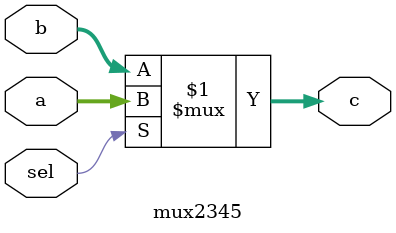
<source format=v>
`timescale 1ns / 1ps
module mux2345(
    input [31:0] a,
    input [31:0] b,
    input sel,
    output [31:0] c
    );
	 assign c = (sel)?a : b;


endmodule

</source>
